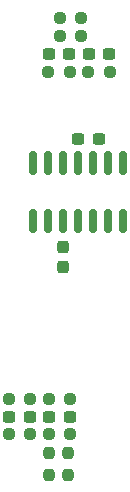
<source format=gbr>
%TF.GenerationSoftware,KiCad,Pcbnew,6.0.10+dfsg-1~bpo11+1*%
%TF.CreationDate,2023-02-01T15:11:05+08:00*%
%TF.ProjectId,MiniVerb v2.0 - Main,4d696e69-5665-4726-9220-76322e30202d,rev?*%
%TF.SameCoordinates,Original*%
%TF.FileFunction,Paste,Bot*%
%TF.FilePolarity,Positive*%
%FSLAX46Y46*%
G04 Gerber Fmt 4.6, Leading zero omitted, Abs format (unit mm)*
G04 Created by KiCad (PCBNEW 6.0.10+dfsg-1~bpo11+1) date 2023-02-01 15:11:05*
%MOMM*%
%LPD*%
G01*
G04 APERTURE LIST*
G04 Aperture macros list*
%AMRoundRect*
0 Rectangle with rounded corners*
0 $1 Rounding radius*
0 $2 $3 $4 $5 $6 $7 $8 $9 X,Y pos of 4 corners*
0 Add a 4 corners polygon primitive as box body*
4,1,4,$2,$3,$4,$5,$6,$7,$8,$9,$2,$3,0*
0 Add four circle primitives for the rounded corners*
1,1,$1+$1,$2,$3*
1,1,$1+$1,$4,$5*
1,1,$1+$1,$6,$7*
1,1,$1+$1,$8,$9*
0 Add four rect primitives between the rounded corners*
20,1,$1+$1,$2,$3,$4,$5,0*
20,1,$1+$1,$4,$5,$6,$7,0*
20,1,$1+$1,$6,$7,$8,$9,0*
20,1,$1+$1,$8,$9,$2,$3,0*%
G04 Aperture macros list end*
%ADD10RoundRect,0.237500X0.237500X-0.250000X0.237500X0.250000X-0.237500X0.250000X-0.237500X-0.250000X0*%
%ADD11RoundRect,0.237500X-0.300000X-0.237500X0.300000X-0.237500X0.300000X0.237500X-0.300000X0.237500X0*%
%ADD12RoundRect,0.237500X0.237500X-0.300000X0.237500X0.300000X-0.237500X0.300000X-0.237500X-0.300000X0*%
%ADD13RoundRect,0.237500X0.300000X0.237500X-0.300000X0.237500X-0.300000X-0.237500X0.300000X-0.237500X0*%
%ADD14RoundRect,0.237500X0.250000X0.237500X-0.250000X0.237500X-0.250000X-0.237500X0.250000X-0.237500X0*%
%ADD15RoundRect,0.150000X-0.150000X0.825000X-0.150000X-0.825000X0.150000X-0.825000X0.150000X0.825000X0*%
%ADD16RoundRect,0.237500X-0.250000X-0.237500X0.250000X-0.237500X0.250000X0.237500X-0.250000X0.237500X0*%
%ADD17RoundRect,0.237500X-0.237500X0.250000X-0.237500X-0.250000X0.237500X-0.250000X0.237500X0.250000X0*%
G04 APERTURE END LIST*
D10*
%TO.C,R9*%
X134000000Y-131912500D03*
X134000000Y-130087500D03*
%TD*%
D11*
%TO.C,C7*%
X134857500Y-103500000D03*
X136582500Y-103500000D03*
%TD*%
D12*
%TO.C,C8*%
X133600000Y-114362500D03*
X133600000Y-112637500D03*
%TD*%
D13*
%TO.C,C2*%
X134150000Y-127000000D03*
X132425000Y-127000000D03*
%TD*%
D14*
%TO.C,R1*%
X135112500Y-93218000D03*
X133287500Y-93218000D03*
%TD*%
D15*
%TO.C,U1*%
X131064000Y-105515000D03*
X132334000Y-105515000D03*
X133604000Y-105515000D03*
X134874000Y-105515000D03*
X136144000Y-105515000D03*
X137414000Y-105515000D03*
X138684000Y-105515000D03*
X138684000Y-110465000D03*
X137414000Y-110465000D03*
X136144000Y-110465000D03*
X134874000Y-110465000D03*
X133604000Y-110465000D03*
X132334000Y-110465000D03*
X131064000Y-110465000D03*
%TD*%
D16*
%TO.C,R3*%
X132317500Y-97805000D03*
X134142500Y-97805000D03*
%TD*%
D11*
%TO.C,C3*%
X129037500Y-127000000D03*
X130762500Y-127000000D03*
%TD*%
D14*
%TO.C,R8*%
X137522500Y-97800000D03*
X135697500Y-97800000D03*
%TD*%
%TO.C,R6*%
X135102500Y-94750000D03*
X133277500Y-94750000D03*
%TD*%
D17*
%TO.C,R2*%
X132400000Y-130087500D03*
X132400000Y-131912500D03*
%TD*%
D14*
%TO.C,R4*%
X134200000Y-125500000D03*
X132375000Y-125500000D03*
%TD*%
D11*
%TO.C,C1*%
X132367500Y-96280000D03*
X134092500Y-96280000D03*
%TD*%
D16*
%TO.C,R7*%
X128987500Y-125500000D03*
X130812500Y-125500000D03*
%TD*%
D13*
%TO.C,C4*%
X137462500Y-96270000D03*
X135737500Y-96270000D03*
%TD*%
D16*
%TO.C,R10*%
X128990000Y-128508000D03*
X130815000Y-128508000D03*
%TD*%
%TO.C,R5*%
X132375000Y-128500000D03*
X134200000Y-128500000D03*
%TD*%
M02*

</source>
